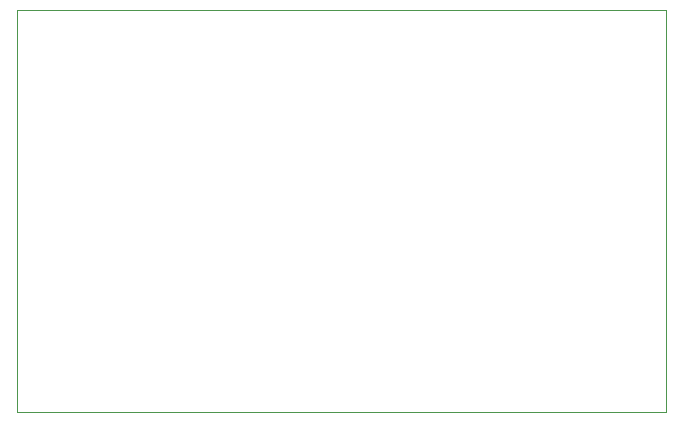
<source format=gbr>
G04 #@! TF.GenerationSoftware,KiCad,Pcbnew,9.0.0*
G04 #@! TF.CreationDate,2025-04-22T10:43:33+02:00*
G04 #@! TF.ProjectId,KnurCAN_V2,4b6e7572-4341-44e5-9f56-322e6b696361,rev?*
G04 #@! TF.SameCoordinates,Original*
G04 #@! TF.FileFunction,Profile,NP*
%FSLAX46Y46*%
G04 Gerber Fmt 4.6, Leading zero omitted, Abs format (unit mm)*
G04 Created by KiCad (PCBNEW 9.0.0) date 2025-04-22 10:43:33*
%MOMM*%
%LPD*%
G01*
G04 APERTURE LIST*
G04 #@! TA.AperFunction,Profile*
%ADD10C,0.050000*%
G04 #@! TD*
G04 APERTURE END LIST*
D10*
X48200000Y-64900000D02*
X103200000Y-64900000D01*
X103200000Y-98900000D01*
X48200000Y-98900000D01*
X48200000Y-64900000D01*
M02*

</source>
